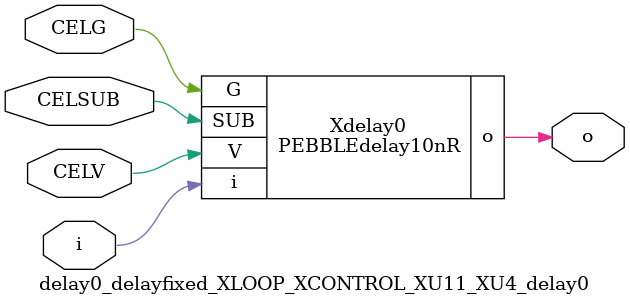
<source format=v>



module PEBBLEdelay10nR ( o, V, G, i, SUB );

  input V;
  input i;
  input G;
  output o;
  input SUB;
endmodule

//Celera Confidential Do Not Copy delay0_delayfixed_XLOOP_XCONTROL_XU11_XU4_delay0
//TYPE: fixed 10ns
module delay0_delayfixed_XLOOP_XCONTROL_XU11_XU4_delay0 (i, CELV, o,
CELG,CELSUB);
input CELV;
input i;
output o;
input CELSUB;
input CELG;

//Celera Confidential Do Not Copy delayfast0
PEBBLEdelay10nR Xdelay0(
.V (CELV),
.i (i),
.o (o),
.G (CELG),
.SUB (CELSUB)
);
//,diesize,PEBBLEdelay10nR

//Celera Confidential Do Not Copy Module End
//Celera Schematic Generator
endmodule

</source>
